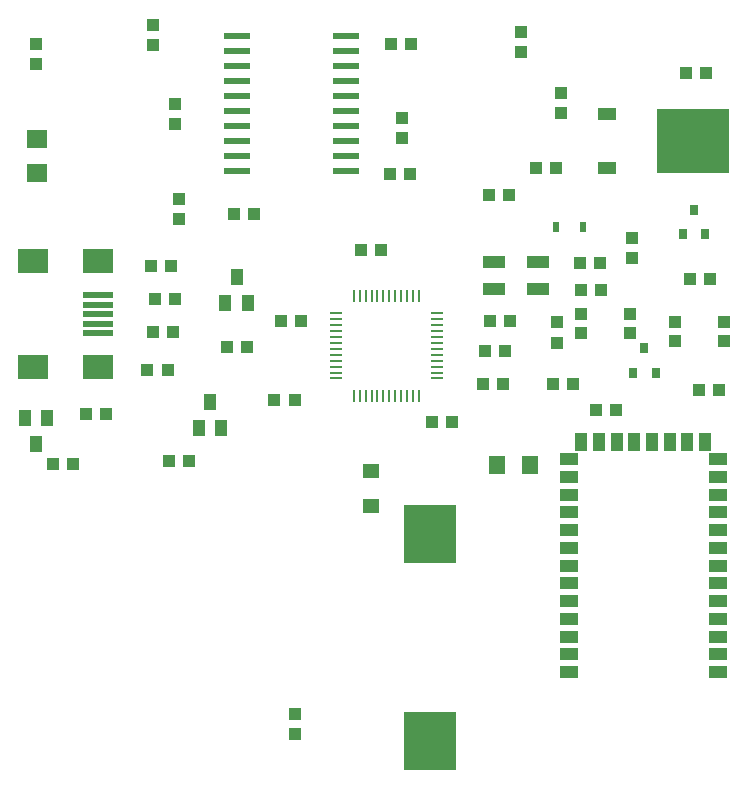
<source format=gbr>
G04 EAGLE Gerber RS-274X export*
G75*
%MOMM*%
%FSLAX34Y34*%
%LPD*%
%INSolderpaste Top*%
%IPPOS*%
%AMOC8*
5,1,8,0,0,1.08239X$1,22.5*%
G01*
%ADD10R,1.000000X1.000000*%
%ADD11R,1.100000X1.000000*%
%ADD12R,1.000000X1.100000*%
%ADD13R,1.400000X1.600000*%
%ADD14R,1.803000X1.600000*%
%ADD15R,1.400000X1.200000*%
%ADD16R,0.630000X0.830000*%
%ADD17R,6.200000X5.400000*%
%ADD18R,1.600000X1.000000*%
%ADD19R,0.800000X0.900000*%
%ADD20R,2.200000X0.600000*%
%ADD21R,1.900000X1.100000*%
%ADD22R,1.000000X1.400000*%
%ADD23R,4.500000X5.000000*%
%ADD24R,1.500000X1.000000*%
%ADD25R,1.000000X1.500000*%
%ADD26R,0.254000X1.000000*%
%ADD27R,1.000000X0.254000*%
%ADD28R,2.500000X0.500000*%
%ADD29R,2.500000X2.000000*%


D10*
X632700Y400600D03*
X632700Y384600D03*
X590700Y400600D03*
X590700Y384600D03*
D11*
X600777Y612074D03*
X617777Y612074D03*
D12*
X460777Y646074D03*
X460777Y629074D03*
X168177Y585574D03*
X168177Y568574D03*
D13*
X440077Y280074D03*
X468077Y280074D03*
D12*
X360077Y573574D03*
X360077Y556574D03*
X148977Y652574D03*
X148977Y635574D03*
D11*
X367777Y636574D03*
X350777Y636574D03*
X490677Y531574D03*
X473677Y531574D03*
D12*
X494426Y577577D03*
X494426Y594577D03*
X50426Y619477D03*
X50426Y636477D03*
X171426Y505377D03*
X171426Y488377D03*
D14*
X51126Y555797D03*
X51126Y527357D03*
D15*
X333477Y274774D03*
X333477Y244774D03*
D16*
X490377Y481074D03*
X513377Y481074D03*
D17*
X606238Y554293D03*
D18*
X533238Y577093D03*
X533238Y531493D03*
D19*
X565277Y379074D03*
X574777Y358074D03*
X555777Y358074D03*
X607077Y496074D03*
X616577Y475074D03*
X597577Y475074D03*
D20*
X220164Y630431D03*
X312164Y554231D03*
X220164Y643131D03*
X220164Y617731D03*
X220164Y605031D03*
X312164Y566931D03*
X312164Y541531D03*
X312164Y528831D03*
X220164Y579631D03*
X220164Y541531D03*
X220164Y592331D03*
X220164Y566931D03*
X220164Y528831D03*
X220164Y554231D03*
X312164Y579631D03*
X312164Y592331D03*
X312164Y605031D03*
X312164Y617731D03*
X312164Y630431D03*
X312164Y643131D03*
D12*
X554777Y472074D03*
X554777Y455074D03*
D21*
X437900Y428500D03*
X474900Y451500D03*
X437900Y451500D03*
X474900Y428500D03*
D22*
X219900Y439300D03*
X229400Y417300D03*
X210400Y417300D03*
X197277Y332774D03*
X206777Y310774D03*
X187777Y310774D03*
D11*
X433926Y508677D03*
X450926Y508677D03*
X350077Y526574D03*
X367077Y526574D03*
X268977Y334574D03*
X251977Y334574D03*
D12*
X269377Y52074D03*
X269377Y69074D03*
D10*
X553200Y407600D03*
X553200Y391600D03*
X511200Y407600D03*
X511200Y391600D03*
D23*
X383556Y221403D03*
X383556Y46403D03*
D24*
X627700Y104596D03*
X627700Y119596D03*
X627700Y134596D03*
X627700Y149596D03*
X627700Y164596D03*
X627700Y179596D03*
X627700Y194596D03*
X627700Y209596D03*
X627700Y224596D03*
X627700Y239596D03*
X627700Y254596D03*
X627700Y269596D03*
X627700Y284596D03*
D25*
X616700Y299596D03*
X601700Y299596D03*
X586700Y299596D03*
X571700Y299596D03*
X556700Y299596D03*
X541700Y299596D03*
X526700Y299596D03*
X511700Y299596D03*
D24*
X501700Y104596D03*
X501700Y119596D03*
X501700Y134596D03*
X501700Y149596D03*
X501700Y164596D03*
X501700Y179596D03*
X501700Y194596D03*
X501700Y209596D03*
X501700Y224596D03*
X501700Y239596D03*
X501700Y254596D03*
X501700Y269596D03*
X501700Y284596D03*
D26*
X374200Y423100D03*
X369200Y423100D03*
X364200Y423100D03*
X359200Y423100D03*
X354200Y423100D03*
X349200Y423100D03*
X344200Y423100D03*
X339200Y423100D03*
X334200Y423100D03*
X329200Y423100D03*
X324200Y423100D03*
X319200Y423100D03*
D27*
X304200Y408100D03*
X304200Y403100D03*
X304200Y398100D03*
X304200Y393100D03*
X304200Y388100D03*
X304200Y383100D03*
X304200Y378100D03*
X304200Y373100D03*
X304200Y368100D03*
X304200Y363100D03*
X304200Y358100D03*
X304200Y353100D03*
D26*
X319200Y338100D03*
X324200Y338100D03*
X329200Y338100D03*
X334200Y338100D03*
X339200Y338100D03*
X344200Y338100D03*
X349200Y338100D03*
X354200Y338100D03*
X359200Y338100D03*
X364200Y338100D03*
X369200Y338100D03*
X374200Y338100D03*
D27*
X389200Y353100D03*
X389200Y358100D03*
X389200Y363100D03*
X389200Y368100D03*
X389200Y373100D03*
X389200Y378100D03*
X389200Y383100D03*
X389200Y388100D03*
X389200Y393100D03*
X389200Y398100D03*
X389200Y403100D03*
X389200Y408100D03*
D28*
X102200Y407600D03*
X102200Y415600D03*
X102200Y391600D03*
X102200Y399600D03*
D29*
X47200Y362600D03*
X47200Y452600D03*
X102200Y362600D03*
X102200Y452600D03*
D28*
X102200Y423600D03*
D22*
X50000Y298000D03*
X40500Y320000D03*
X59500Y320000D03*
D11*
X511500Y428000D03*
X528500Y428000D03*
X510500Y451000D03*
X527500Y451000D03*
X144500Y360000D03*
X161500Y360000D03*
X164500Y448000D03*
X147500Y448000D03*
X524500Y326000D03*
X541500Y326000D03*
X620500Y437000D03*
X603500Y437000D03*
X434500Y402000D03*
X451500Y402000D03*
X385500Y316000D03*
X402500Y316000D03*
X430500Y376000D03*
X447500Y376000D03*
X325500Y462000D03*
X342500Y462000D03*
X257500Y402000D03*
X274500Y402000D03*
X628500Y343000D03*
X611500Y343000D03*
X445500Y348000D03*
X428500Y348000D03*
X166500Y392000D03*
X149500Y392000D03*
X167500Y420000D03*
X150500Y420000D03*
X217500Y492000D03*
X234500Y492000D03*
X211500Y380000D03*
X228500Y380000D03*
X64500Y281000D03*
X81500Y281000D03*
X162500Y283000D03*
X179500Y283000D03*
X109500Y323000D03*
X92500Y323000D03*
X504500Y348000D03*
X487500Y348000D03*
D12*
X491000Y383500D03*
X491000Y400500D03*
M02*

</source>
